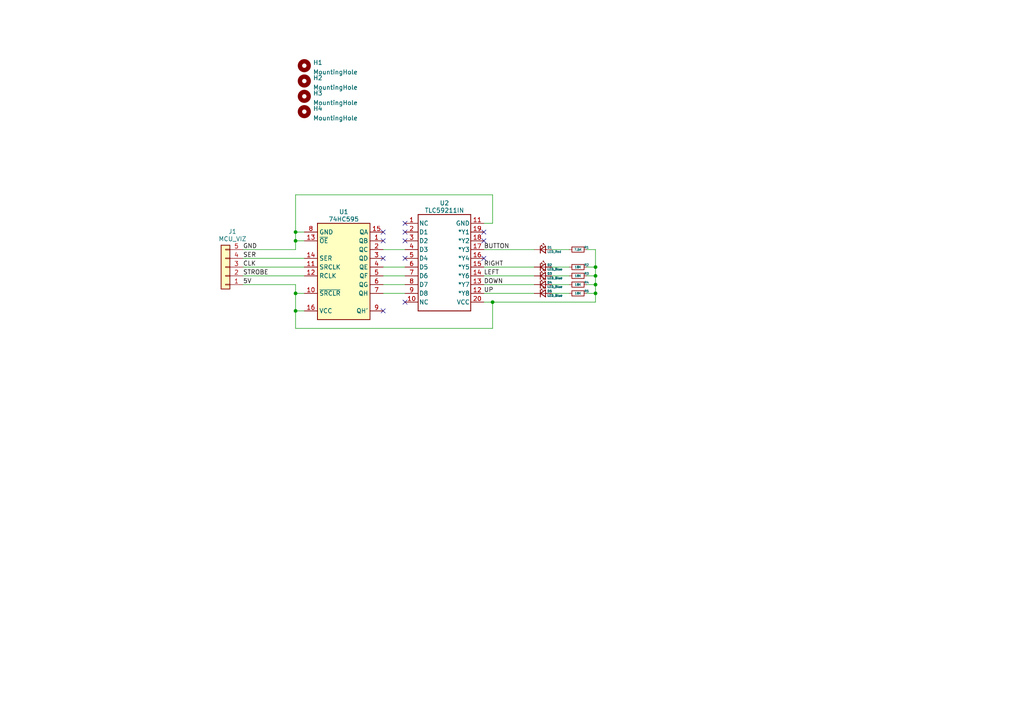
<source format=kicad_sch>
(kicad_sch (version 20210621) (generator eeschema)
  (paper "A4")
  (lib_symbols
    (symbol "Connector_Generic:Conn_01x05" (pin_names (offset 1.016) hide)
      (property "Reference" "J" (at 0 7.62 0))
      (property "Value" "Conn_01x05" (at 0 -7.62 0))
      (symbol "Conn_01x05_1_1"
        (rectangle (start -1.27 -4.953) (end 0 -5.207) (stroke (width 0.1524)))
        (rectangle (start -1.27 -2.413) (end 0 -2.667) (stroke (width 0.1524)))
        (rectangle (start -1.27 0.127) (end 0 -0.127) (stroke (width 0.1524)))
        (rectangle (start -1.27 2.667) (end 0 2.413) (stroke (width 0.1524)))
        (rectangle (start -1.27 5.207) (end 0 4.953) (stroke (width 0.1524)))
        (rectangle (start -1.27 6.35) (end 1.27 -6.35) (stroke (width 0.254)) (fill (type background)))
        (pin passive line (at -5.08 5.08 0) (length 3.81) (name "Pin_1") (number "1"))
        (pin passive line (at -5.08 2.54 0) (length 3.81) (name "Pin_2") (number "2"))
        (pin passive line (at -5.08 0 0) (length 3.81) (name "Pin_3") (number "3"))
        (pin passive line (at -5.08 -2.54 0) (length 3.81) (name "Pin_4") (number "4"))
        (pin passive line (at -5.08 -5.08 0) (length 3.81) (name "Pin_5") (number "5"))
      )
    )
    (symbol "Device:LED_Small" (pin_numbers hide) (pin_names (offset 0.254) hide)
      (property "Reference" "D" (at -1.27 3.175 0))
      (property "Value" "LED_Small" (at -4.445 -2.54 0))
      (symbol "LED_Small_0_1"
        (polyline (pts (xy -0.762 -1.016) (xy -0.762 1.016)) (stroke (width 0.254)))
        (polyline (pts (xy 1.016 0) (xy -0.762 0)))
        (polyline (pts (xy 0.762 -1.016) (xy -0.762 0) (xy 0.762 1.016) (xy 0.762 -1.016)) (stroke (width 0.254)))
        (polyline (pts (xy 0 0.762) (xy -0.508 1.27) (xy -0.254 1.27) (xy -0.508 1.27) (xy -0.508 1.016)))
        (polyline (pts (xy 0.508 1.27) (xy 0 1.778) (xy 0.254 1.778) (xy 0 1.778) (xy 0 1.524)))
      )
      (symbol "LED_Small_1_1"
        (pin passive line (at -2.54 0 0) (length 1.778) (name "K") (number "1"))
        (pin passive line (at 2.54 0 180) (length 1.778) (name "A") (number "2"))
      )
    )
    (symbol "Device:R_Small" (pin_numbers hide) (pin_names (offset 0.254) hide)
      (property "Reference" "R" (at 0.762 0.508 0))
      (property "Value" "R_Small" (at 0.762 -1.016 0))
      (symbol "R_Small_0_1"
        (rectangle (start -0.762 1.778) (end 0.762 -1.778) (stroke (width 0.2032)))
      )
      (symbol "R_Small_1_1"
        (pin passive line (at 0 2.54 270) (length 0.762) (name "~") (number "1"))
        (pin passive line (at 0 -2.54 90) (length 0.762) (name "~") (number "2"))
      )
    )
    (symbol "Mechanical:MountingHole" (pin_names (offset 1.016))
      (property "Reference" "H" (at 0 5.08 0))
      (property "Value" "MountingHole" (at 0 3.175 0))
      (symbol "MountingHole_0_1"
        (circle (center 0 0) (radius 1.27) (stroke (width 1.27)))
      )
    )
    (symbol "TLC59211IN:TLC59211IN" (pin_names (offset 0.254))
      (property "Reference" "U" (at 0 17.145 0))
      (property "Value" "TLC59211IN" (at 0 15.24 0))
      (symbol "TLC59211IN_1_1"
        (polyline (pts (xy -7.62 -13.97) (xy 7.62 -13.97)) (stroke (width 0.254)))
        (polyline (pts (xy -7.62 13.97) (xy -7.62 -13.97)) (stroke (width 0.254)))
        (polyline (pts (xy 7.62 -13.97) (xy 7.62 13.97)) (stroke (width 0.254)))
        (polyline (pts (xy 7.62 13.97) (xy -7.62 13.97)) (stroke (width 0.254)))
        (pin unspecified line (at -11.43 11.43 0) (length 3.81) (name "NC") (number "1"))
        (pin unspecified line (at -11.43 -11.43 0) (length 3.81) (name "NC") (number "10"))
        (pin power_in line (at 11.43 11.43 180) (length 3.81) (name "GND") (number "11"))
        (pin output line (at 11.43 -8.89 180) (length 3.81) (name "*Y8") (number "12"))
        (pin output line (at 11.43 -6.35 180) (length 3.81) (name "*Y7") (number "13"))
        (pin output line (at 11.43 -3.81 180) (length 3.81) (name "*Y6") (number "14"))
        (pin output line (at 11.43 -1.27 180) (length 3.81) (name "*Y5") (number "15"))
        (pin output line (at 11.43 1.27 180) (length 3.81) (name "*Y4") (number "16"))
        (pin output line (at 11.43 3.81 180) (length 3.81) (name "*Y3") (number "17"))
        (pin output line (at 11.43 6.35 180) (length 3.81) (name "*Y2") (number "18"))
        (pin output line (at 11.43 8.89 180) (length 3.81) (name "*Y1") (number "19"))
        (pin input line (at -11.43 8.89 0) (length 3.81) (name "D1") (number "2"))
        (pin power_in line (at 11.43 -11.43 180) (length 3.81) (name "VCC") (number "20"))
        (pin input line (at -11.43 6.35 0) (length 3.81) (name "D2") (number "3"))
        (pin input line (at -11.43 3.81 0) (length 3.81) (name "D3") (number "4"))
        (pin input line (at -11.43 1.27 0) (length 3.81) (name "D4") (number "5"))
        (pin input line (at -11.43 -1.27 0) (length 3.81) (name "D5") (number "6"))
        (pin input line (at -11.43 -3.81 0) (length 3.81) (name "D6") (number "7"))
        (pin input line (at -11.43 -6.35 0) (length 3.81) (name "D7") (number "8"))
        (pin input line (at -11.43 -8.89 0) (length 3.81) (name "D8") (number "9"))
      )
    )
    (symbol "a2600-joystick-vizboard:74HC595"
      (property "Reference" "U" (at 0 15.875 0))
      (property "Value" "74HC595" (at 0 13.97 0))
      (symbol "74HC595_1_0"
        (pin tri_state line (at 11.43 7.62 180) (length 3.81) (name "QB") (number "1"))
        (pin input line (at -11.43 -7.62 0) (length 3.81) (name "~{SRCLR}") (number "10"))
        (pin input line (at -11.43 0 0) (length 3.81) (name "SRCLK") (number "11"))
        (pin input line (at -11.43 -2.54 0) (length 3.81) (name "RCLK") (number "12"))
        (pin input line (at -11.43 7.62 0) (length 3.81) (name "~{OE}") (number "13"))
        (pin input line (at -11.43 2.54 0) (length 3.81) (name "SER") (number "14"))
        (pin tri_state line (at 11.43 10.16 180) (length 3.81) (name "QA") (number "15"))
        (pin power_in line (at -11.43 -12.7 0) (length 3.81) (name "VCC") (number "16"))
        (pin tri_state line (at 11.43 5.08 180) (length 3.81) (name "QC") (number "2"))
        (pin tri_state line (at 11.43 2.54 180) (length 3.81) (name "QD") (number "3"))
        (pin tri_state line (at 11.43 0 180) (length 3.81) (name "QE") (number "4"))
        (pin tri_state line (at 11.43 -2.54 180) (length 3.81) (name "QF") (number "5"))
        (pin tri_state line (at 11.43 -5.08 180) (length 3.81) (name "QG") (number "6"))
        (pin tri_state line (at 11.43 -7.62 180) (length 3.81) (name "QH") (number "7"))
        (pin power_in line (at -11.43 10.16 0) (length 3.81) (name "GND") (number "8"))
        (pin output line (at 11.43 -12.7 180) (length 3.81) (name "QH'") (number "9"))
      )
      (symbol "74HC595_1_1"
        (rectangle (start -7.62 12.7) (end 7.62 -15.24) (stroke (width 0.254)) (fill (type background)))
      )
    )
  )
  (junction (at 85.725 67.31))
  (junction (at 85.725 69.85))
  (junction (at 85.725 85.09))
  (junction (at 85.725 90.17))
  (junction (at 142.875 87.63))
  (junction (at 172.72 77.47))
  (junction (at 172.72 80.01))
  (junction (at 172.72 82.55))
  (junction (at 172.72 85.09))
  (no_connect (at 111.125 67.31))
  (no_connect (at 111.125 69.85))
  (no_connect (at 111.125 74.93))
  (no_connect (at 111.125 90.17))
  (no_connect (at 117.475 64.77))
  (no_connect (at 117.475 67.31))
  (no_connect (at 117.475 69.85))
  (no_connect (at 117.475 74.93))
  (no_connect (at 117.475 87.63))
  (no_connect (at 140.335 67.31))
  (no_connect (at 140.335 69.85))
  (no_connect (at 140.335 74.93))
  (wire (pts (xy 70.485 72.39) (xy 85.725 72.39)))
  (wire (pts (xy 70.485 74.93) (xy 88.265 74.93)))
  (wire (pts (xy 70.485 77.47) (xy 88.265 77.47)))
  (wire (pts (xy 70.485 80.01) (xy 88.265 80.01)))
  (wire (pts (xy 70.485 82.55) (xy 85.725 82.55)))
  (wire (pts (xy 85.725 56.515) (xy 142.875 56.515)))
  (wire (pts (xy 85.725 67.31) (xy 85.725 56.515)))
  (wire (pts (xy 85.725 67.31) (xy 88.265 67.31)))
  (wire (pts (xy 85.725 69.85) (xy 85.725 67.31)))
  (wire (pts (xy 85.725 69.85) (xy 88.265 69.85)))
  (wire (pts (xy 85.725 72.39) (xy 85.725 69.85)))
  (wire (pts (xy 85.725 82.55) (xy 85.725 85.09)))
  (wire (pts (xy 85.725 85.09) (xy 85.725 90.17)))
  (wire (pts (xy 85.725 85.09) (xy 88.265 85.09)))
  (wire (pts (xy 85.725 90.17) (xy 85.725 95.25)))
  (wire (pts (xy 85.725 90.17) (xy 88.265 90.17)))
  (wire (pts (xy 85.725 95.25) (xy 142.875 95.25)))
  (wire (pts (xy 111.125 72.39) (xy 117.475 72.39)))
  (wire (pts (xy 111.125 77.47) (xy 117.475 77.47)))
  (wire (pts (xy 111.125 80.01) (xy 117.475 80.01)))
  (wire (pts (xy 111.125 82.55) (xy 117.475 82.55)))
  (wire (pts (xy 111.125 85.09) (xy 117.475 85.09)))
  (wire (pts (xy 140.335 72.39) (xy 154.94 72.39)))
  (wire (pts (xy 140.335 77.47) (xy 154.94 77.47)))
  (wire (pts (xy 140.335 80.01) (xy 154.94 80.01)))
  (wire (pts (xy 140.335 82.55) (xy 154.94 82.55)))
  (wire (pts (xy 140.335 85.09) (xy 154.94 85.09)))
  (wire (pts (xy 142.875 56.515) (xy 142.875 64.77)))
  (wire (pts (xy 142.875 64.77) (xy 140.335 64.77)))
  (wire (pts (xy 142.875 87.63) (xy 140.335 87.63)))
  (wire (pts (xy 142.875 87.63) (xy 172.72 87.63)))
  (wire (pts (xy 142.875 95.25) (xy 142.875 87.63)))
  (wire (pts (xy 160.02 72.39) (xy 165.1 72.39)))
  (wire (pts (xy 160.02 77.47) (xy 165.1 77.47)))
  (wire (pts (xy 160.02 80.01) (xy 165.1 80.01)))
  (wire (pts (xy 160.02 82.55) (xy 165.1 82.55)))
  (wire (pts (xy 160.02 85.09) (xy 165.1 85.09)))
  (wire (pts (xy 170.18 72.39) (xy 172.72 72.39)))
  (wire (pts (xy 170.18 77.47) (xy 172.72 77.47)))
  (wire (pts (xy 170.18 80.01) (xy 172.72 80.01)))
  (wire (pts (xy 170.18 82.55) (xy 172.72 82.55)))
  (wire (pts (xy 170.18 85.09) (xy 172.72 85.09)))
  (wire (pts (xy 172.72 72.39) (xy 172.72 77.47)))
  (wire (pts (xy 172.72 77.47) (xy 172.72 80.01)))
  (wire (pts (xy 172.72 80.01) (xy 172.72 82.55)))
  (wire (pts (xy 172.72 82.55) (xy 172.72 85.09)))
  (wire (pts (xy 172.72 87.63) (xy 172.72 85.09)))
  (label "GND" (at 70.485 72.39 0))
  (label "SER" (at 70.485 74.93 0))
  (label "CLK" (at 70.485 77.47 0))
  (label "STROBE" (at 70.485 80.01 0))
  (label "5V" (at 70.485 82.55 0))
  (label "BUTTON" (at 140.335 72.39 0))
  (label "RIGHT" (at 140.335 77.47 0))
  (label "LEFT" (at 140.335 80.01 0))
  (label "DOWN" (at 140.335 82.55 0))
  (label "UP" (at 140.335 85.09 0))
  (symbol (lib_id "Device:R_Small") (at 167.64 72.39 90) (unit 1)
    (property "Reference" "R1" (at 170.815 71.755 90) (effects (font (size 0.635 0.635)) (justify left)))
    (property "Value" "7.5K" (at 167.64 72.39 90) (effects (font (size 0.635 0.635))))
    (property "Footprint" "Resistor_THT:R_Axial_DIN0207_L6.3mm_D2.5mm_P10.16mm_Horizontal" (effects hide))
  )
  (symbol (lib_id "Device:R_Small") (at 167.64 77.47 90) (unit 1)
    (property "Reference" "R2" (at 170.815 76.835 90) (effects (font (size 0.635 0.635)) (justify left)))
    (property "Value" "18K" (at 167.64 77.47 90) (effects (font (size 0.635 0.635))))
    (property "Footprint" "Resistor_THT:R_Axial_DIN0207_L6.3mm_D2.5mm_P10.16mm_Horizontal" (effects hide))
  )
  (symbol (lib_id "Device:R_Small") (at 167.64 80.01 90) (unit 1)
    (property "Reference" "R3" (at 170.815 79.375 90) (effects (font (size 0.635 0.635)) (justify left)))
    (property "Value" "18K" (at 167.64 80.01 90) (effects (font (size 0.635 0.635))))
    (property "Footprint" "Resistor_THT:R_Axial_DIN0207_L6.3mm_D2.5mm_P10.16mm_Horizontal" (effects hide))
  )
  (symbol (lib_id "Device:R_Small") (at 167.64 82.55 90) (unit 1)
    (property "Reference" "R4" (at 170.815 81.915 90) (effects (font (size 0.635 0.635)) (justify left)))
    (property "Value" "18K" (at 167.64 82.55 90) (effects (font (size 0.635 0.635))))
    (property "Footprint" "Resistor_THT:R_Axial_DIN0207_L6.3mm_D2.5mm_P10.16mm_Horizontal" (effects hide))
  )
  (symbol (lib_id "Device:R_Small") (at 167.64 85.09 90) (unit 1)
    (property "Reference" "R5" (at 170.815 84.455 90) (effects (font (size 0.635 0.635)) (justify left)))
    (property "Value" "18K" (at 167.64 85.09 90) (effects (font (size 0.635 0.635))))
    (property "Footprint" "Resistor_THT:R_Axial_DIN0207_L6.3mm_D2.5mm_P10.16mm_Horizontal" (effects hide))
  )
  (symbol (lib_id "Mechanical:MountingHole") (at 88.265 19.05 0) (unit 1)
    (property "Reference" "H1" (at 90.8051 18.1415 0) (effects (justify left)))
    (property "Value" "MountingHole" (at 90.8051 20.9166 0) (effects (justify left)))
    (property "Footprint" "MountingHole:MountingHole_3.2mm_M3" (effects hide))
  )
  (symbol (lib_id "Mechanical:MountingHole") (at 88.265 23.495 0) (unit 1)
    (property "Reference" "H2" (at 90.8051 22.5865 0) (effects (justify left)))
    (property "Value" "MountingHole" (at 90.8051 25.3616 0) (effects (justify left)))
    (property "Footprint" "MountingHole:MountingHole_3.2mm_M3" (effects hide))
  )
  (symbol (lib_id "Mechanical:MountingHole") (at 88.265 27.94 0) (unit 1)
    (property "Reference" "H3" (at 90.8051 27.0315 0) (effects (justify left)))
    (property "Value" "MountingHole" (at 90.8051 29.8066 0) (effects (justify left)))
    (property "Footprint" "MountingHole:MountingHole_3.2mm_M3" (effects hide))
  )
  (symbol (lib_id "Mechanical:MountingHole") (at 88.265 32.385 0) (unit 1)
    (property "Reference" "H4" (at 90.8051 31.4765 0) (effects (justify left)))
    (property "Value" "MountingHole" (at 90.8051 34.2516 0) (effects (justify left)))
    (property "Footprint" "MountingHole:MountingHole_3.2mm_M3" (effects hide))
  )
  (symbol (lib_id "Device:LED_Small") (at 157.48 72.39 0) (unit 1)
    (property "Reference" "D1" (at 158.75 71.755 0) (effects (font (size 0.635 0.635)) (justify left)))
    (property "Value" "LED_Red" (at 158.75 73.025 0) (effects (font (size 0.635 0.635)) (justify left)))
    (property "Footprint" "LED_THT:LED_D5.0mm" (effects hide))
  )
  (symbol (lib_id "Device:LED_Small") (at 157.48 77.47 0) (unit 1)
    (property "Reference" "D2" (at 158.75 76.835 0) (effects (font (size 0.635 0.635)) (justify left)))
    (property "Value" "LED_Blue" (at 158.75 78.105 0) (effects (font (size 0.635 0.635)) (justify left)))
    (property "Footprint" "LED_THT:LED_D5.0mm" (effects hide))
  )
  (symbol (lib_id "Device:LED_Small") (at 157.48 80.01 0) (unit 1)
    (property "Reference" "D3" (at 158.75 79.375 0) (effects (font (size 0.635 0.635)) (justify left)))
    (property "Value" "LED_Blue" (at 158.75 80.645 0) (effects (font (size 0.635 0.635)) (justify left)))
    (property "Footprint" "LED_THT:LED_D5.0mm" (effects hide))
  )
  (symbol (lib_id "Device:LED_Small") (at 157.48 82.55 0) (unit 1)
    (property "Reference" "D4" (at 158.75 81.915 0) (effects (font (size 0.635 0.635)) (justify left)))
    (property "Value" "LED_Blue" (at 158.75 83.185 0) (effects (font (size 0.635 0.635)) (justify left)))
    (property "Footprint" "LED_THT:LED_D5.0mm" (effects hide))
  )
  (symbol (lib_id "Device:LED_Small") (at 157.48 85.09 0) (unit 1)
    (property "Reference" "D5" (at 158.75 84.455 0) (effects (font (size 0.635 0.635)) (justify left)))
    (property "Value" "LED_Blue" (at 158.75 85.725 0) (effects (font (size 0.635 0.635)) (justify left)))
    (property "Footprint" "LED_THT:LED_D5.0mm" (effects hide))
  )
  (symbol (lib_id "Connector_Generic:Conn_01x05") (at 65.405 77.47 180) (unit 1)
    (property "Reference" "J1" (at 67.437 67.1534 0))
    (property "Value" "MCU_VIZ" (at 67.437 69.2935 0))
    (property "Footprint" "Connector_PinHeader_2.54mm:PinHeader_1x05_P2.54mm_Horizontal" (effects hide))
  )
  (symbol (lib_id "a2600-joystick-vizboard:74HC595") (at 99.695 77.47 0) (unit 1)
    (property "Reference" "U1" (at 99.695 61.4384 0))
    (property "Value" "74HC595" (at 99.695 63.5785 0))
    (property "Footprint" "Package_DIP:DIP-16_W7.62mm" (effects hide))
    (property "Datasheet" "http://www.ti.com/lit/ds/symlink/sn74hc595.pdf" (effects hide))
  )
  (symbol (lib_id "TLC59211IN:TLC59211IN") (at 128.905 76.2 0) (unit 1)
    (property "Reference" "U2" (at 128.905 58.8984 0))
    (property "Value" "TLC59211IN" (at 128.905 61.0385 0))
    (property "Footprint" "Package_DIP:DIP-20_W7.62mm" (effects hide))
  )
)
</source>
